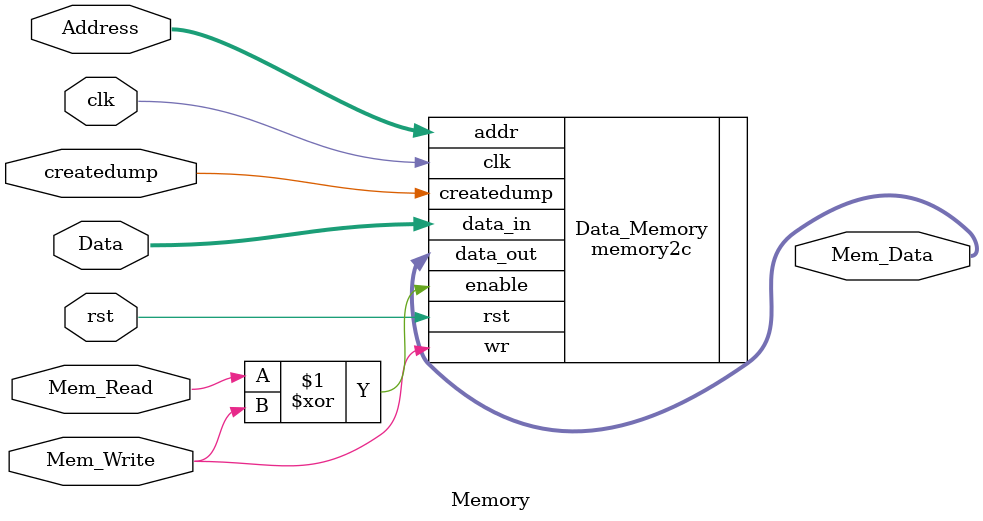
<source format=v>
/********************************************************************************************************
/		MODULE: Memory
/		PURPOSE: Contains the Memory unit
/
/		INPUTS: 
/				clk - Clock
/				rst - Reset
/				createdump - Dump Memory
/				Mem_Write - To Write or not
/				Mem_Read - To Read or not
/				Address[15:0] - Address to read/write (ALU_Result)
/				Data[15:0] - Data to write to Memory (Reg_2_Data)
/
/		OUTPUTS: 
/				Mem_Data[15:0] - Data read from Memory on memory read
********************************************************************************************************/
module Memory (clk, rst, createdump, Mem_Write, Mem_Read, Address, Data, Mem_Data);

	input 			clk;
	input 			rst;
	input 			createdump;

	input 			Mem_Write;
	input 			Mem_Read;

	input [15:0] 	Address;
	input [15:0] 	Data;

	output [15:0] 	Mem_Data;

	memory2c Data_Memory(.data_out(Mem_Data), .data_in(Data), .addr(Address), .enable(Mem_Read ^ Mem_Write), .wr(Mem_Write), .createdump(createdump), .clk(clk), .rst(rst));

endmodule

//Checked 3/22
</source>
